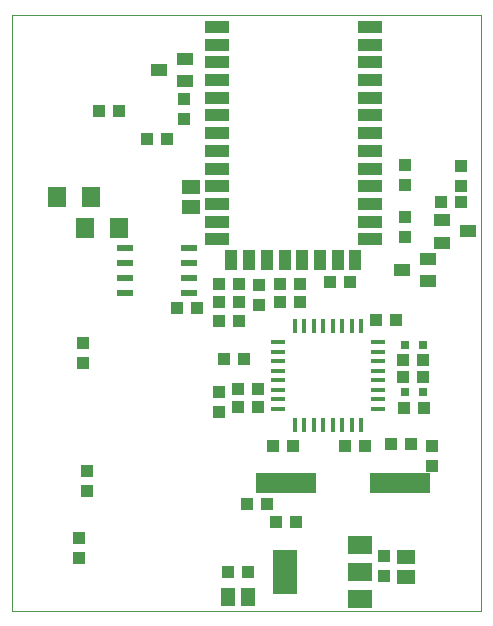
<source format=gtp>
G75*
G70*
%OFA0B0*%
%FSLAX24Y24*%
%IPPOS*%
%LPD*%
%AMOC8*
5,1,8,0,0,1.08239X$1,22.5*
%
%ADD10C,0.0000*%
%ADD11R,0.0394X0.0433*%
%ADD12R,0.0591X0.0512*%
%ADD13R,0.0433X0.0394*%
%ADD14R,0.2000X0.0700*%
%ADD15R,0.0315X0.0315*%
%ADD16R,0.0787X0.0394*%
%ADD17R,0.0394X0.0709*%
%ADD18R,0.0551X0.0394*%
%ADD19R,0.0630X0.0710*%
%ADD20R,0.0540X0.0200*%
%ADD21R,0.0790X0.0590*%
%ADD22R,0.0790X0.1500*%
%ADD23R,0.0512X0.0591*%
%ADD24R,0.0157X0.0472*%
%ADD25R,0.0472X0.0157*%
D10*
X001569Y001508D02*
X001569Y021380D01*
X017226Y021380D01*
X017226Y001508D01*
X001569Y001508D01*
D11*
X008465Y011175D03*
X008465Y011800D03*
X008465Y012425D03*
X009135Y012425D03*
X009135Y011800D03*
X009135Y011175D03*
X009297Y009925D03*
X008628Y009925D03*
X009115Y008925D03*
X009115Y008300D03*
X009785Y008300D03*
X009785Y008925D03*
X010290Y007000D03*
X010960Y007000D03*
X010072Y005075D03*
X010390Y004463D03*
X011060Y004463D03*
X009403Y005075D03*
X009447Y002813D03*
X008778Y002813D03*
X012690Y007013D03*
X013360Y007013D03*
X014215Y007075D03*
X014885Y007075D03*
X014653Y008275D03*
X015322Y008275D03*
X015285Y009313D03*
X015285Y009863D03*
X014615Y009863D03*
X014615Y009313D03*
X014385Y011225D03*
X013715Y011225D03*
X012860Y012463D03*
X012190Y012463D03*
X011172Y012425D03*
X011185Y011800D03*
X010515Y011800D03*
X010503Y012425D03*
X007760Y011613D03*
X007090Y011613D03*
X006760Y017238D03*
X006090Y017238D03*
X005135Y018175D03*
X004465Y018175D03*
X015890Y015150D03*
X016560Y015150D03*
D12*
X014725Y003310D03*
X014725Y002641D03*
X007550Y014966D03*
X007550Y015635D03*
D13*
X007300Y017903D03*
X007300Y018572D03*
X009800Y012385D03*
X009800Y011716D03*
X008463Y008797D03*
X008463Y008128D03*
X004067Y006185D03*
X004067Y005516D03*
X003800Y003935D03*
X003800Y003266D03*
X003950Y009766D03*
X003950Y010435D03*
X013975Y003360D03*
X013975Y002691D03*
X015588Y006341D03*
X015588Y007010D03*
X014688Y013991D03*
X014688Y014660D03*
X014675Y015703D03*
X014675Y016372D03*
X016550Y016347D03*
X016550Y015678D03*
D14*
X014513Y005775D03*
X010713Y005775D03*
D15*
X014692Y008825D03*
X015283Y008825D03*
X015283Y010375D03*
X014692Y010375D03*
D16*
X013518Y013898D03*
X013518Y014488D03*
X013518Y015079D03*
X013518Y015669D03*
X013518Y016260D03*
X013518Y016850D03*
X013518Y017441D03*
X013518Y018031D03*
X013518Y018622D03*
X013518Y019213D03*
X013518Y019803D03*
X013518Y020394D03*
X013518Y020984D03*
X008400Y020984D03*
X008400Y020394D03*
X008400Y019803D03*
X008400Y019213D03*
X008400Y018622D03*
X008400Y018031D03*
X008400Y017441D03*
X008400Y016850D03*
X008400Y016260D03*
X008400Y015669D03*
X008400Y015079D03*
X008400Y014488D03*
X008400Y013898D03*
D17*
X008892Y013209D03*
X009483Y013209D03*
X010073Y013209D03*
X010664Y013209D03*
X011254Y013209D03*
X011845Y013209D03*
X012435Y013209D03*
X013026Y013209D03*
D18*
X014567Y012875D03*
X015433Y012501D03*
X015433Y013249D03*
X015917Y013789D03*
X015917Y014537D03*
X016783Y014163D03*
X007358Y019176D03*
X007358Y019924D03*
X006492Y019550D03*
D19*
X004210Y015300D03*
X004015Y014275D03*
X005135Y014275D03*
X003090Y015300D03*
D20*
X005330Y013625D03*
X005330Y013125D03*
X005330Y012625D03*
X005330Y012125D03*
X007470Y012125D03*
X007470Y012625D03*
X007470Y013125D03*
X007470Y013625D03*
D21*
X013165Y003710D03*
X013165Y002810D03*
X013165Y001910D03*
D22*
X010685Y002800D03*
D23*
X009447Y001988D03*
X008778Y001988D03*
D24*
X011010Y007699D03*
X011325Y007699D03*
X011640Y007699D03*
X011955Y007699D03*
X012270Y007699D03*
X012585Y007699D03*
X012900Y007699D03*
X013215Y007699D03*
X013215Y011026D03*
X012900Y011026D03*
X012585Y011026D03*
X012270Y011026D03*
X011955Y011026D03*
X011640Y011026D03*
X011325Y011026D03*
X011010Y011026D03*
D25*
X010449Y010465D03*
X010449Y010150D03*
X010449Y009835D03*
X010449Y009520D03*
X010449Y009205D03*
X010449Y008890D03*
X010449Y008575D03*
X010449Y008260D03*
X013776Y008260D03*
X013776Y008575D03*
X013776Y008890D03*
X013776Y009205D03*
X013776Y009520D03*
X013776Y009835D03*
X013776Y010150D03*
X013776Y010465D03*
M02*

</source>
